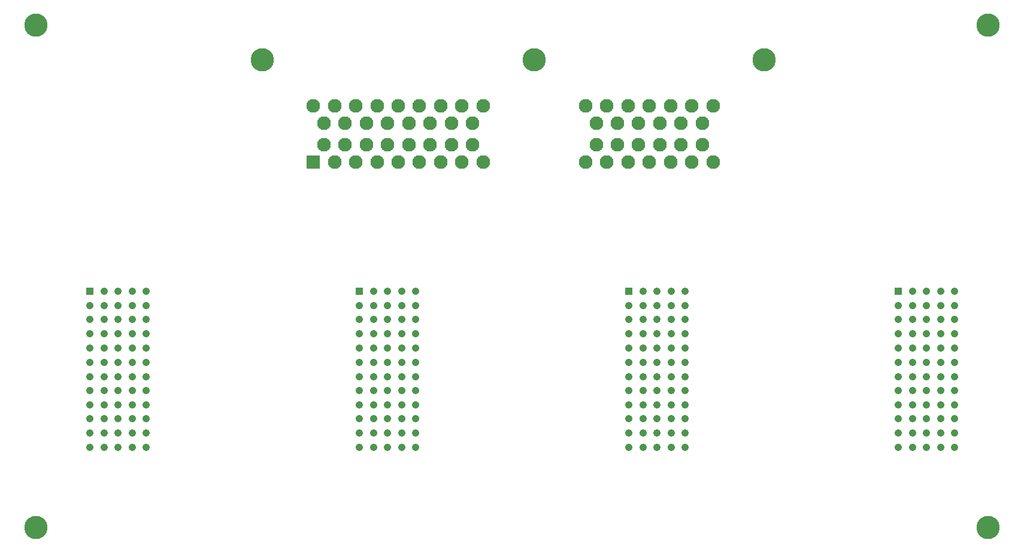
<source format=gbr>
%FSTAX23Y23*%
%MOIN*%
%SFA1B1*%

%IPPOS*%
%ADD22C,0.076770*%
%ADD23R,0.076770X0.076770*%
%ADD24C,0.129920*%
%ADD25C,0.130000*%
%ADD26C,0.042320*%
%ADD27R,0.042320X0.042320*%
%LNbackplane_pads_top-1*%
%LPD*%
G54D22*
X03868Y0245D03*
X0375D03*
X03631D03*
X03513D03*
X03395D03*
X03277D03*
X03159D03*
X03809Y02351D03*
X0369D03*
X03572D03*
X03454D03*
X03336D03*
X03218D03*
X03809Y02233D03*
X0369D03*
X03572D03*
X03454D03*
X03336D03*
X03218D03*
X03868Y02135D03*
X0375D03*
X03631D03*
X03513D03*
X03395D03*
X03277D03*
X03159D03*
X02588Y0245D03*
X0247D03*
X02352D03*
X02234D03*
X02116D03*
X01998D03*
X01879D03*
X01761D03*
X01643D03*
X02529Y02351D03*
X02411D03*
X02293D03*
X02175D03*
X02057D03*
X01938D03*
X0182D03*
X01702D03*
X02529Y02233D03*
X02411D03*
X02293D03*
X02175D03*
X02057D03*
X01938D03*
X0182D03*
X01702D03*
X02588Y02135D03*
X0247D03*
X02352D03*
X02234D03*
X02116D03*
X01998D03*
X01879D03*
X01761D03*
G54D23*
X01643Y02135D03*
G54D24*
X04153Y02705D03*
X01358D03*
X02874D03*
G54D25*
X001Y029D03*
X054Y001D03*
Y029D03*
X001Y001D03*
G54D26*
X00557Y00545D03*
Y00625D03*
Y00704D03*
Y00782D03*
Y00862D03*
Y0094D03*
Y0102D03*
Y01099D03*
Y01177D03*
Y01257D03*
Y01335D03*
X00478Y00545D03*
Y00625D03*
Y00704D03*
Y00782D03*
Y00862D03*
Y0094D03*
Y0102D03*
Y01099D03*
Y01177D03*
Y01257D03*
Y01335D03*
Y01415D03*
X004Y00545D03*
Y00625D03*
Y00704D03*
Y00782D03*
Y00862D03*
Y0094D03*
Y0102D03*
Y01099D03*
Y01177D03*
Y01257D03*
Y01335D03*
X00557Y01415D03*
X00636D03*
Y0094D03*
Y00862D03*
Y00782D03*
Y00704D03*
Y00625D03*
Y00545D03*
Y0102D03*
Y01099D03*
Y01177D03*
Y01257D03*
Y01335D03*
X00714Y01415D03*
Y0094D03*
Y00862D03*
Y00782D03*
Y00704D03*
Y00625D03*
Y00545D03*
Y0102D03*
Y01099D03*
Y01177D03*
Y01257D03*
Y01335D03*
X049D03*
Y01257D03*
Y01177D03*
Y01099D03*
Y0102D03*
Y0094D03*
Y00862D03*
Y00782D03*
Y00704D03*
X04978Y01415D03*
Y01335D03*
Y01257D03*
Y01177D03*
Y01099D03*
Y0102D03*
Y0094D03*
Y00862D03*
Y00782D03*
Y00704D03*
X05057Y01415D03*
Y01335D03*
Y01257D03*
Y01177D03*
Y01099D03*
Y0102D03*
Y0094D03*
Y00862D03*
Y00782D03*
Y00704D03*
Y00625D03*
X05136Y01415D03*
Y01335D03*
Y01257D03*
Y01177D03*
Y01099D03*
Y0102D03*
Y00704D03*
Y00625D03*
Y00545D03*
X05214Y01415D03*
Y01335D03*
Y01257D03*
Y01177D03*
Y01099D03*
Y0102D03*
Y0094D03*
Y00862D03*
Y00545D03*
Y00625D03*
Y00704D03*
Y00782D03*
X05136D03*
Y00862D03*
Y0094D03*
X05057Y00545D03*
X04978D03*
Y00625D03*
X049Y00545D03*
Y00625D03*
X019D03*
Y00545D03*
X01978Y00625D03*
Y00545D03*
X02057D03*
X02136Y0094D03*
Y00862D03*
Y00782D03*
X02214D03*
Y00704D03*
Y00625D03*
Y00545D03*
Y00862D03*
Y0094D03*
Y0102D03*
Y01099D03*
Y01177D03*
Y01257D03*
Y01335D03*
Y01415D03*
X02136Y00545D03*
Y00625D03*
Y00704D03*
Y0102D03*
Y01099D03*
Y01177D03*
Y01257D03*
Y01335D03*
Y01415D03*
X02057Y00625D03*
Y00704D03*
Y00782D03*
Y00862D03*
Y0094D03*
Y0102D03*
Y01099D03*
Y01177D03*
Y01257D03*
Y01335D03*
Y01415D03*
X01978Y00704D03*
Y00782D03*
Y00862D03*
Y0094D03*
Y0102D03*
Y01099D03*
Y01177D03*
Y01257D03*
Y01335D03*
Y01415D03*
X019Y00704D03*
Y00782D03*
Y00862D03*
Y0094D03*
Y0102D03*
Y01099D03*
Y01177D03*
Y01257D03*
Y01335D03*
X034D03*
Y01257D03*
Y01177D03*
Y01099D03*
Y0102D03*
Y0094D03*
Y00862D03*
Y00782D03*
Y00704D03*
X03478Y01415D03*
Y01335D03*
Y01257D03*
Y01177D03*
Y01099D03*
Y0102D03*
Y0094D03*
Y00862D03*
Y00782D03*
Y00704D03*
X03557Y01415D03*
Y01335D03*
Y01257D03*
Y01177D03*
Y01099D03*
Y0102D03*
Y0094D03*
Y00862D03*
Y00782D03*
Y00704D03*
Y00625D03*
X03636Y01415D03*
Y01335D03*
Y01257D03*
Y01177D03*
Y01099D03*
Y0102D03*
Y00704D03*
Y00625D03*
Y00545D03*
X03714Y01415D03*
Y01335D03*
Y01257D03*
Y01177D03*
Y01099D03*
Y0102D03*
Y0094D03*
Y00862D03*
Y00545D03*
Y00625D03*
Y00704D03*
Y00782D03*
X03636D03*
Y00862D03*
Y0094D03*
X03557Y00545D03*
X03478D03*
Y00625D03*
X034Y00545D03*
Y00625D03*
G54D27*
X004Y01415D03*
X049D03*
X019D03*
X034D03*
M02*
</source>
